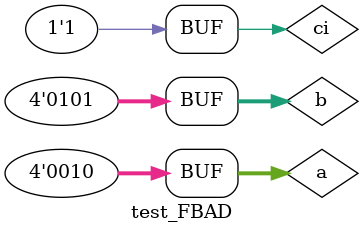
<source format=v>
`timescale 1ns / 1ps


module test_FBAD;

	// Inputs
	reg [3:0] a;
	reg [3:0] b;
	reg ci;

	// Outputs
	wire [3:0] s;
	wire [3:0] result;
	wire co;
	wire cout;

	// Instantiate the Unit Under Test (UUT)
	FBAD uut (
		.s(s), 
		.result(result), 
		.co(co), 
		.cout(cout), 
		.a(a), 
		.b(b), 
		.ci(ci)
	);

	initial begin
		// Initialize Inputs
		a = 0;
		b = 0;
		ci = 0;

		// Wait 100 ns for global reset to finish
		#100;
		
		#100 ci=1; a=4'b0001; b=4'b0110;
		#100 a=4'b0010; b=4'b0010;
		#100 ci=0; a=4'b0111; b=4'b1000;
		#100 a=4'b0011; b=4'b1000;
		#100 a=4'b0010; b=4'b0101;
		#100 ci=1; a=4'b0011; b=4'b1000;
		#100 a=4'b0010; b=4'b0101;
        
		// Add stimulus here

	end
      
endmodule


</source>
